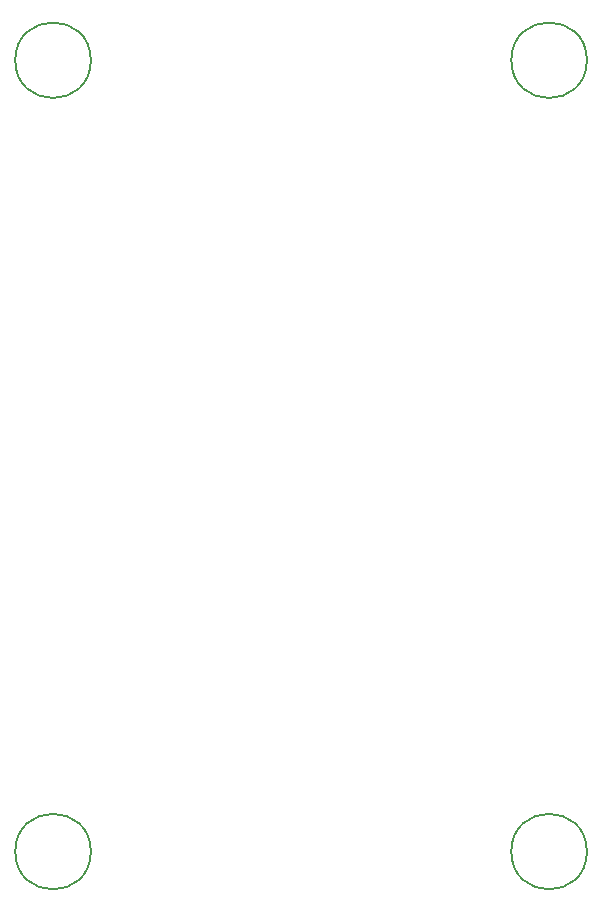
<source format=gbr>
%TF.GenerationSoftware,KiCad,Pcbnew,9.0.0*%
%TF.CreationDate,2025-04-04T14:44:08+08:00*%
%TF.ProjectId,modwheel,6d6f6477-6865-4656-9c2e-6b696361645f,rev?*%
%TF.SameCoordinates,Original*%
%TF.FileFunction,Other,Comment*%
%FSLAX46Y46*%
G04 Gerber Fmt 4.6, Leading zero omitted, Abs format (unit mm)*
G04 Created by KiCad (PCBNEW 9.0.0) date 2025-04-04 14:44:08*
%MOMM*%
%LPD*%
G01*
G04 APERTURE LIST*
%ADD10C,0.150000*%
G04 APERTURE END LIST*
D10*
%TO.C,H1*%
X83350000Y-69450000D02*
G75*
G02*
X76950000Y-69450000I-3200000J0D01*
G01*
X76950000Y-69450000D02*
G75*
G02*
X83350000Y-69450000I3200000J0D01*
G01*
%TO.C,H3*%
X83350000Y-136450000D02*
G75*
G02*
X76950000Y-136450000I-3200000J0D01*
G01*
X76950000Y-136450000D02*
G75*
G02*
X83350000Y-136450000I3200000J0D01*
G01*
%TO.C,H4*%
X125350000Y-136450000D02*
G75*
G02*
X118950000Y-136450000I-3200000J0D01*
G01*
X118950000Y-136450000D02*
G75*
G02*
X125350000Y-136450000I3200000J0D01*
G01*
%TO.C,H2*%
X125350000Y-69450000D02*
G75*
G02*
X118950000Y-69450000I-3200000J0D01*
G01*
X118950000Y-69450000D02*
G75*
G02*
X125350000Y-69450000I3200000J0D01*
G01*
%TD*%
M02*

</source>
